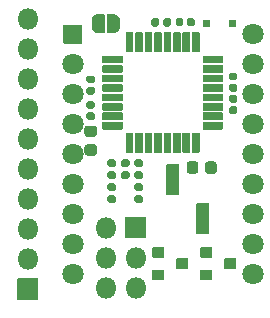
<source format=gbs>
G04 #@! TF.GenerationSoftware,KiCad,Pcbnew,(5.1.10-1-10_14)*
G04 #@! TF.CreationDate,2021-12-19T23:04:46+01:00*
G04 #@! TF.ProjectId,7segment,37736567-6d65-46e7-942e-6b696361645f,rev?*
G04 #@! TF.SameCoordinates,Original*
G04 #@! TF.FileFunction,Soldermask,Bot*
G04 #@! TF.FilePolarity,Negative*
%FSLAX46Y46*%
G04 Gerber Fmt 4.6, Leading zero omitted, Abs format (unit mm)*
G04 Created by KiCad (PCBNEW (5.1.10-1-10_14)) date 2021-12-19 23:04:46*
%MOMM*%
%LPD*%
G01*
G04 APERTURE LIST*
%ADD10O,1.801600X1.801600*%
%ADD11C,0.100000*%
%ADD12C,1.801600*%
G04 APERTURE END LIST*
G36*
G01*
X126972350Y-114726200D02*
X127535650Y-114726200D01*
G75*
G02*
X127779800Y-114970350I0J-244150D01*
G01*
X127779800Y-115458650D01*
G75*
G02*
X127535650Y-115702800I-244150J0D01*
G01*
X126972350Y-115702800D01*
G75*
G02*
X126728200Y-115458650I0J244150D01*
G01*
X126728200Y-114970350D01*
G75*
G02*
X126972350Y-114726200I244150J0D01*
G01*
G37*
G36*
G01*
X126972350Y-113151200D02*
X127535650Y-113151200D01*
G75*
G02*
X127779800Y-113395350I0J-244150D01*
G01*
X127779800Y-113883650D01*
G75*
G02*
X127535650Y-114127800I-244150J0D01*
G01*
X126972350Y-114127800D01*
G75*
G02*
X126728200Y-113883650I0J244150D01*
G01*
X126728200Y-113395350D01*
G75*
G02*
X126972350Y-113151200I244150J0D01*
G01*
G37*
G36*
G01*
X127449400Y-111737800D02*
X127058600Y-111737800D01*
G75*
G02*
X126893200Y-111572400I0J165400D01*
G01*
X126893200Y-111241600D01*
G75*
G02*
X127058600Y-111076200I165400J0D01*
G01*
X127449400Y-111076200D01*
G75*
G02*
X127614800Y-111241600I0J-165400D01*
G01*
X127614800Y-111572400D01*
G75*
G02*
X127449400Y-111737800I-165400J0D01*
G01*
G37*
G36*
G01*
X127449400Y-112697800D02*
X127058600Y-112697800D01*
G75*
G02*
X126893200Y-112532400I0J165400D01*
G01*
X126893200Y-112201600D01*
G75*
G02*
X127058600Y-112036200I165400J0D01*
G01*
X127449400Y-112036200D01*
G75*
G02*
X127614800Y-112201600I0J-165400D01*
G01*
X127614800Y-112532400D01*
G75*
G02*
X127449400Y-112697800I-165400J0D01*
G01*
G37*
D10*
X121920000Y-104140000D03*
X121920000Y-106680000D03*
X121920000Y-109220000D03*
X121920000Y-111760000D03*
X121920000Y-114300000D03*
X121920000Y-116840000D03*
X121920000Y-119380000D03*
X121920000Y-121920000D03*
X121920000Y-124460000D03*
G36*
G01*
X121019200Y-127850000D02*
X121019200Y-126150000D01*
G75*
G02*
X121070000Y-126099200I50800J0D01*
G01*
X122770000Y-126099200D01*
G75*
G02*
X122820800Y-126150000I0J-50800D01*
G01*
X122820800Y-127850000D01*
G75*
G02*
X122770000Y-127900800I-50800J0D01*
G01*
X121070000Y-127900800D01*
G75*
G02*
X121019200Y-127850000I0J50800D01*
G01*
G37*
G36*
G01*
X137376800Y-104270999D02*
X137376800Y-104771001D01*
G75*
G02*
X137326001Y-104821800I-50799J0D01*
G01*
X136825999Y-104821800D01*
G75*
G02*
X136775200Y-104771001I0J50799D01*
G01*
X136775200Y-104270999D01*
G75*
G02*
X136825999Y-104220200I50799J0D01*
G01*
X137326001Y-104220200D01*
G75*
G02*
X137376800Y-104270999I0J-50799D01*
G01*
G37*
G36*
G01*
X139576800Y-104270999D02*
X139576800Y-104771001D01*
G75*
G02*
X139526001Y-104821800I-50799J0D01*
G01*
X139025999Y-104821800D01*
G75*
G02*
X138975200Y-104771001I0J50799D01*
G01*
X138975200Y-104270999D01*
G75*
G02*
X139025999Y-104220200I50799J0D01*
G01*
X139526001Y-104220200D01*
G75*
G02*
X139576800Y-104270999I0J-50799D01*
G01*
G37*
G36*
G01*
X136926200Y-116988400D02*
X136926200Y-116437600D01*
G75*
G02*
X137176600Y-116187200I250400J0D01*
G01*
X137677400Y-116187200D01*
G75*
G02*
X137927800Y-116437600I0J-250400D01*
G01*
X137927800Y-116988400D01*
G75*
G02*
X137677400Y-117238800I-250400J0D01*
G01*
X137176600Y-117238800D01*
G75*
G02*
X136926200Y-116988400I0J250400D01*
G01*
G37*
G36*
G01*
X135376200Y-116988400D02*
X135376200Y-116437600D01*
G75*
G02*
X135626600Y-116187200I250400J0D01*
G01*
X136127400Y-116187200D01*
G75*
G02*
X136377800Y-116437600I0J-250400D01*
G01*
X136377800Y-116988400D01*
G75*
G02*
X136127400Y-117238800I-250400J0D01*
G01*
X135626600Y-117238800D01*
G75*
G02*
X135376200Y-116988400I0J250400D01*
G01*
G37*
X128524000Y-126873000D03*
X131064000Y-126873000D03*
X128524000Y-124333000D03*
X131064000Y-124333000D03*
X128524000Y-121793000D03*
G36*
G01*
X131964800Y-120943000D02*
X131964800Y-122643000D01*
G75*
G02*
X131914000Y-122693800I-50800J0D01*
G01*
X130214000Y-122693800D01*
G75*
G02*
X130163200Y-122643000I0J50800D01*
G01*
X130163200Y-120943000D01*
G75*
G02*
X130214000Y-120892200I50800J0D01*
G01*
X131914000Y-120892200D01*
G75*
G02*
X131964800Y-120943000I0J-50800D01*
G01*
G37*
G36*
G01*
X138450800Y-107288000D02*
X138450800Y-107838000D01*
G75*
G02*
X138400000Y-107888800I-50800J0D01*
G01*
X136800000Y-107888800D01*
G75*
G02*
X136749200Y-107838000I0J50800D01*
G01*
X136749200Y-107288000D01*
G75*
G02*
X136800000Y-107237200I50800J0D01*
G01*
X138400000Y-107237200D01*
G75*
G02*
X138450800Y-107288000I0J-50800D01*
G01*
G37*
G36*
G01*
X138450800Y-108088000D02*
X138450800Y-108638000D01*
G75*
G02*
X138400000Y-108688800I-50800J0D01*
G01*
X136800000Y-108688800D01*
G75*
G02*
X136749200Y-108638000I0J50800D01*
G01*
X136749200Y-108088000D01*
G75*
G02*
X136800000Y-108037200I50800J0D01*
G01*
X138400000Y-108037200D01*
G75*
G02*
X138450800Y-108088000I0J-50800D01*
G01*
G37*
G36*
G01*
X138450800Y-108888000D02*
X138450800Y-109438000D01*
G75*
G02*
X138400000Y-109488800I-50800J0D01*
G01*
X136800000Y-109488800D01*
G75*
G02*
X136749200Y-109438000I0J50800D01*
G01*
X136749200Y-108888000D01*
G75*
G02*
X136800000Y-108837200I50800J0D01*
G01*
X138400000Y-108837200D01*
G75*
G02*
X138450800Y-108888000I0J-50800D01*
G01*
G37*
G36*
G01*
X138450800Y-109688000D02*
X138450800Y-110238000D01*
G75*
G02*
X138400000Y-110288800I-50800J0D01*
G01*
X136800000Y-110288800D01*
G75*
G02*
X136749200Y-110238000I0J50800D01*
G01*
X136749200Y-109688000D01*
G75*
G02*
X136800000Y-109637200I50800J0D01*
G01*
X138400000Y-109637200D01*
G75*
G02*
X138450800Y-109688000I0J-50800D01*
G01*
G37*
G36*
G01*
X138450800Y-110488000D02*
X138450800Y-111038000D01*
G75*
G02*
X138400000Y-111088800I-50800J0D01*
G01*
X136800000Y-111088800D01*
G75*
G02*
X136749200Y-111038000I0J50800D01*
G01*
X136749200Y-110488000D01*
G75*
G02*
X136800000Y-110437200I50800J0D01*
G01*
X138400000Y-110437200D01*
G75*
G02*
X138450800Y-110488000I0J-50800D01*
G01*
G37*
G36*
G01*
X138450800Y-111288000D02*
X138450800Y-111838000D01*
G75*
G02*
X138400000Y-111888800I-50800J0D01*
G01*
X136800000Y-111888800D01*
G75*
G02*
X136749200Y-111838000I0J50800D01*
G01*
X136749200Y-111288000D01*
G75*
G02*
X136800000Y-111237200I50800J0D01*
G01*
X138400000Y-111237200D01*
G75*
G02*
X138450800Y-111288000I0J-50800D01*
G01*
G37*
G36*
G01*
X138450800Y-112088000D02*
X138450800Y-112638000D01*
G75*
G02*
X138400000Y-112688800I-50800J0D01*
G01*
X136800000Y-112688800D01*
G75*
G02*
X136749200Y-112638000I0J50800D01*
G01*
X136749200Y-112088000D01*
G75*
G02*
X136800000Y-112037200I50800J0D01*
G01*
X138400000Y-112037200D01*
G75*
G02*
X138450800Y-112088000I0J-50800D01*
G01*
G37*
G36*
G01*
X138450800Y-112888000D02*
X138450800Y-113438000D01*
G75*
G02*
X138400000Y-113488800I-50800J0D01*
G01*
X136800000Y-113488800D01*
G75*
G02*
X136749200Y-113438000I0J50800D01*
G01*
X136749200Y-112888000D01*
G75*
G02*
X136800000Y-112837200I50800J0D01*
G01*
X138400000Y-112837200D01*
G75*
G02*
X138450800Y-112888000I0J-50800D01*
G01*
G37*
G36*
G01*
X136425000Y-115463800D02*
X135875000Y-115463800D01*
G75*
G02*
X135824200Y-115413000I0J50800D01*
G01*
X135824200Y-113813000D01*
G75*
G02*
X135875000Y-113762200I50800J0D01*
G01*
X136425000Y-113762200D01*
G75*
G02*
X136475800Y-113813000I0J-50800D01*
G01*
X136475800Y-115413000D01*
G75*
G02*
X136425000Y-115463800I-50800J0D01*
G01*
G37*
G36*
G01*
X135625000Y-115463800D02*
X135075000Y-115463800D01*
G75*
G02*
X135024200Y-115413000I0J50800D01*
G01*
X135024200Y-113813000D01*
G75*
G02*
X135075000Y-113762200I50800J0D01*
G01*
X135625000Y-113762200D01*
G75*
G02*
X135675800Y-113813000I0J-50800D01*
G01*
X135675800Y-115413000D01*
G75*
G02*
X135625000Y-115463800I-50800J0D01*
G01*
G37*
G36*
G01*
X134825000Y-115463800D02*
X134275000Y-115463800D01*
G75*
G02*
X134224200Y-115413000I0J50800D01*
G01*
X134224200Y-113813000D01*
G75*
G02*
X134275000Y-113762200I50800J0D01*
G01*
X134825000Y-113762200D01*
G75*
G02*
X134875800Y-113813000I0J-50800D01*
G01*
X134875800Y-115413000D01*
G75*
G02*
X134825000Y-115463800I-50800J0D01*
G01*
G37*
G36*
G01*
X134025000Y-115463800D02*
X133475000Y-115463800D01*
G75*
G02*
X133424200Y-115413000I0J50800D01*
G01*
X133424200Y-113813000D01*
G75*
G02*
X133475000Y-113762200I50800J0D01*
G01*
X134025000Y-113762200D01*
G75*
G02*
X134075800Y-113813000I0J-50800D01*
G01*
X134075800Y-115413000D01*
G75*
G02*
X134025000Y-115463800I-50800J0D01*
G01*
G37*
G36*
G01*
X133225000Y-115463800D02*
X132675000Y-115463800D01*
G75*
G02*
X132624200Y-115413000I0J50800D01*
G01*
X132624200Y-113813000D01*
G75*
G02*
X132675000Y-113762200I50800J0D01*
G01*
X133225000Y-113762200D01*
G75*
G02*
X133275800Y-113813000I0J-50800D01*
G01*
X133275800Y-115413000D01*
G75*
G02*
X133225000Y-115463800I-50800J0D01*
G01*
G37*
G36*
G01*
X132425000Y-115463800D02*
X131875000Y-115463800D01*
G75*
G02*
X131824200Y-115413000I0J50800D01*
G01*
X131824200Y-113813000D01*
G75*
G02*
X131875000Y-113762200I50800J0D01*
G01*
X132425000Y-113762200D01*
G75*
G02*
X132475800Y-113813000I0J-50800D01*
G01*
X132475800Y-115413000D01*
G75*
G02*
X132425000Y-115463800I-50800J0D01*
G01*
G37*
G36*
G01*
X131625000Y-115463800D02*
X131075000Y-115463800D01*
G75*
G02*
X131024200Y-115413000I0J50800D01*
G01*
X131024200Y-113813000D01*
G75*
G02*
X131075000Y-113762200I50800J0D01*
G01*
X131625000Y-113762200D01*
G75*
G02*
X131675800Y-113813000I0J-50800D01*
G01*
X131675800Y-115413000D01*
G75*
G02*
X131625000Y-115463800I-50800J0D01*
G01*
G37*
G36*
G01*
X130825000Y-115463800D02*
X130275000Y-115463800D01*
G75*
G02*
X130224200Y-115413000I0J50800D01*
G01*
X130224200Y-113813000D01*
G75*
G02*
X130275000Y-113762200I50800J0D01*
G01*
X130825000Y-113762200D01*
G75*
G02*
X130875800Y-113813000I0J-50800D01*
G01*
X130875800Y-115413000D01*
G75*
G02*
X130825000Y-115463800I-50800J0D01*
G01*
G37*
G36*
G01*
X129950800Y-112888000D02*
X129950800Y-113438000D01*
G75*
G02*
X129900000Y-113488800I-50800J0D01*
G01*
X128300000Y-113488800D01*
G75*
G02*
X128249200Y-113438000I0J50800D01*
G01*
X128249200Y-112888000D01*
G75*
G02*
X128300000Y-112837200I50800J0D01*
G01*
X129900000Y-112837200D01*
G75*
G02*
X129950800Y-112888000I0J-50800D01*
G01*
G37*
G36*
G01*
X129950800Y-112088000D02*
X129950800Y-112638000D01*
G75*
G02*
X129900000Y-112688800I-50800J0D01*
G01*
X128300000Y-112688800D01*
G75*
G02*
X128249200Y-112638000I0J50800D01*
G01*
X128249200Y-112088000D01*
G75*
G02*
X128300000Y-112037200I50800J0D01*
G01*
X129900000Y-112037200D01*
G75*
G02*
X129950800Y-112088000I0J-50800D01*
G01*
G37*
G36*
G01*
X129950800Y-111288000D02*
X129950800Y-111838000D01*
G75*
G02*
X129900000Y-111888800I-50800J0D01*
G01*
X128300000Y-111888800D01*
G75*
G02*
X128249200Y-111838000I0J50800D01*
G01*
X128249200Y-111288000D01*
G75*
G02*
X128300000Y-111237200I50800J0D01*
G01*
X129900000Y-111237200D01*
G75*
G02*
X129950800Y-111288000I0J-50800D01*
G01*
G37*
G36*
G01*
X129950800Y-110488000D02*
X129950800Y-111038000D01*
G75*
G02*
X129900000Y-111088800I-50800J0D01*
G01*
X128300000Y-111088800D01*
G75*
G02*
X128249200Y-111038000I0J50800D01*
G01*
X128249200Y-110488000D01*
G75*
G02*
X128300000Y-110437200I50800J0D01*
G01*
X129900000Y-110437200D01*
G75*
G02*
X129950800Y-110488000I0J-50800D01*
G01*
G37*
G36*
G01*
X129950800Y-109688000D02*
X129950800Y-110238000D01*
G75*
G02*
X129900000Y-110288800I-50800J0D01*
G01*
X128300000Y-110288800D01*
G75*
G02*
X128249200Y-110238000I0J50800D01*
G01*
X128249200Y-109688000D01*
G75*
G02*
X128300000Y-109637200I50800J0D01*
G01*
X129900000Y-109637200D01*
G75*
G02*
X129950800Y-109688000I0J-50800D01*
G01*
G37*
G36*
G01*
X129950800Y-108888000D02*
X129950800Y-109438000D01*
G75*
G02*
X129900000Y-109488800I-50800J0D01*
G01*
X128300000Y-109488800D01*
G75*
G02*
X128249200Y-109438000I0J50800D01*
G01*
X128249200Y-108888000D01*
G75*
G02*
X128300000Y-108837200I50800J0D01*
G01*
X129900000Y-108837200D01*
G75*
G02*
X129950800Y-108888000I0J-50800D01*
G01*
G37*
G36*
G01*
X129950800Y-108088000D02*
X129950800Y-108638000D01*
G75*
G02*
X129900000Y-108688800I-50800J0D01*
G01*
X128300000Y-108688800D01*
G75*
G02*
X128249200Y-108638000I0J50800D01*
G01*
X128249200Y-108088000D01*
G75*
G02*
X128300000Y-108037200I50800J0D01*
G01*
X129900000Y-108037200D01*
G75*
G02*
X129950800Y-108088000I0J-50800D01*
G01*
G37*
G36*
G01*
X129950800Y-107288000D02*
X129950800Y-107838000D01*
G75*
G02*
X129900000Y-107888800I-50800J0D01*
G01*
X128300000Y-107888800D01*
G75*
G02*
X128249200Y-107838000I0J50800D01*
G01*
X128249200Y-107288000D01*
G75*
G02*
X128300000Y-107237200I50800J0D01*
G01*
X129900000Y-107237200D01*
G75*
G02*
X129950800Y-107288000I0J-50800D01*
G01*
G37*
G36*
G01*
X130825000Y-106963800D02*
X130275000Y-106963800D01*
G75*
G02*
X130224200Y-106913000I0J50800D01*
G01*
X130224200Y-105313000D01*
G75*
G02*
X130275000Y-105262200I50800J0D01*
G01*
X130825000Y-105262200D01*
G75*
G02*
X130875800Y-105313000I0J-50800D01*
G01*
X130875800Y-106913000D01*
G75*
G02*
X130825000Y-106963800I-50800J0D01*
G01*
G37*
G36*
G01*
X131625000Y-106963800D02*
X131075000Y-106963800D01*
G75*
G02*
X131024200Y-106913000I0J50800D01*
G01*
X131024200Y-105313000D01*
G75*
G02*
X131075000Y-105262200I50800J0D01*
G01*
X131625000Y-105262200D01*
G75*
G02*
X131675800Y-105313000I0J-50800D01*
G01*
X131675800Y-106913000D01*
G75*
G02*
X131625000Y-106963800I-50800J0D01*
G01*
G37*
G36*
G01*
X132425000Y-106963800D02*
X131875000Y-106963800D01*
G75*
G02*
X131824200Y-106913000I0J50800D01*
G01*
X131824200Y-105313000D01*
G75*
G02*
X131875000Y-105262200I50800J0D01*
G01*
X132425000Y-105262200D01*
G75*
G02*
X132475800Y-105313000I0J-50800D01*
G01*
X132475800Y-106913000D01*
G75*
G02*
X132425000Y-106963800I-50800J0D01*
G01*
G37*
G36*
G01*
X133225000Y-106963800D02*
X132675000Y-106963800D01*
G75*
G02*
X132624200Y-106913000I0J50800D01*
G01*
X132624200Y-105313000D01*
G75*
G02*
X132675000Y-105262200I50800J0D01*
G01*
X133225000Y-105262200D01*
G75*
G02*
X133275800Y-105313000I0J-50800D01*
G01*
X133275800Y-106913000D01*
G75*
G02*
X133225000Y-106963800I-50800J0D01*
G01*
G37*
G36*
G01*
X134025000Y-106963800D02*
X133475000Y-106963800D01*
G75*
G02*
X133424200Y-106913000I0J50800D01*
G01*
X133424200Y-105313000D01*
G75*
G02*
X133475000Y-105262200I50800J0D01*
G01*
X134025000Y-105262200D01*
G75*
G02*
X134075800Y-105313000I0J-50800D01*
G01*
X134075800Y-106913000D01*
G75*
G02*
X134025000Y-106963800I-50800J0D01*
G01*
G37*
G36*
G01*
X134825000Y-106963800D02*
X134275000Y-106963800D01*
G75*
G02*
X134224200Y-106913000I0J50800D01*
G01*
X134224200Y-105313000D01*
G75*
G02*
X134275000Y-105262200I50800J0D01*
G01*
X134825000Y-105262200D01*
G75*
G02*
X134875800Y-105313000I0J-50800D01*
G01*
X134875800Y-106913000D01*
G75*
G02*
X134825000Y-106963800I-50800J0D01*
G01*
G37*
G36*
G01*
X135625000Y-106963800D02*
X135075000Y-106963800D01*
G75*
G02*
X135024200Y-106913000I0J50800D01*
G01*
X135024200Y-105313000D01*
G75*
G02*
X135075000Y-105262200I50800J0D01*
G01*
X135625000Y-105262200D01*
G75*
G02*
X135675800Y-105313000I0J-50800D01*
G01*
X135675800Y-106913000D01*
G75*
G02*
X135625000Y-106963800I-50800J0D01*
G01*
G37*
G36*
G01*
X136425000Y-106963800D02*
X135875000Y-106963800D01*
G75*
G02*
X135824200Y-106913000I0J50800D01*
G01*
X135824200Y-105313000D01*
G75*
G02*
X135875000Y-105262200I50800J0D01*
G01*
X136425000Y-105262200D01*
G75*
G02*
X136475800Y-105313000I0J-50800D01*
G01*
X136475800Y-106913000D01*
G75*
G02*
X136425000Y-106963800I-50800J0D01*
G01*
G37*
D11*
G36*
X127867887Y-105321198D02*
G01*
X127849466Y-105321198D01*
X127844486Y-105320953D01*
X127795655Y-105316143D01*
X127790725Y-105315412D01*
X127742600Y-105305840D01*
X127737763Y-105304628D01*
X127690808Y-105290384D01*
X127686115Y-105288705D01*
X127640782Y-105269928D01*
X127636274Y-105267796D01*
X127593001Y-105244665D01*
X127588727Y-105242103D01*
X127547928Y-105214843D01*
X127543923Y-105211873D01*
X127505994Y-105180745D01*
X127502300Y-105177397D01*
X127467603Y-105142700D01*
X127464255Y-105139006D01*
X127433127Y-105101077D01*
X127430157Y-105097072D01*
X127402897Y-105056273D01*
X127400335Y-105051999D01*
X127377204Y-105008726D01*
X127375072Y-105004218D01*
X127356295Y-104958885D01*
X127354616Y-104954192D01*
X127340372Y-104907237D01*
X127339160Y-104902400D01*
X127329588Y-104854275D01*
X127328857Y-104849345D01*
X127324047Y-104800514D01*
X127323802Y-104795534D01*
X127323802Y-104777113D01*
X127323200Y-104771000D01*
X127323200Y-104271000D01*
X127323802Y-104264887D01*
X127323802Y-104246466D01*
X127324047Y-104241486D01*
X127328857Y-104192655D01*
X127329588Y-104187725D01*
X127339160Y-104139600D01*
X127340372Y-104134763D01*
X127354616Y-104087808D01*
X127356295Y-104083115D01*
X127375072Y-104037782D01*
X127377204Y-104033274D01*
X127400335Y-103990001D01*
X127402897Y-103985727D01*
X127430157Y-103944928D01*
X127433127Y-103940923D01*
X127464255Y-103902994D01*
X127467603Y-103899300D01*
X127502300Y-103864603D01*
X127505994Y-103861255D01*
X127543923Y-103830127D01*
X127547928Y-103827157D01*
X127588727Y-103799897D01*
X127593001Y-103797335D01*
X127636274Y-103774204D01*
X127640782Y-103772072D01*
X127686115Y-103753295D01*
X127690808Y-103751616D01*
X127737763Y-103737372D01*
X127742600Y-103736160D01*
X127790725Y-103726588D01*
X127795655Y-103725857D01*
X127844486Y-103721047D01*
X127849466Y-103720802D01*
X127867887Y-103720802D01*
X127874000Y-103720200D01*
X128374000Y-103720200D01*
X128383911Y-103721176D01*
X128393440Y-103724067D01*
X128402223Y-103728761D01*
X128409921Y-103735079D01*
X128416239Y-103742777D01*
X128420933Y-103751560D01*
X128423824Y-103761089D01*
X128424800Y-103771000D01*
X128424800Y-105271000D01*
X128423824Y-105280911D01*
X128420933Y-105290440D01*
X128416239Y-105299223D01*
X128409921Y-105306921D01*
X128402223Y-105313239D01*
X128393440Y-105317933D01*
X128383911Y-105320824D01*
X128374000Y-105321800D01*
X127874000Y-105321800D01*
X127867887Y-105321198D01*
G37*
G36*
X128664089Y-105320824D02*
G01*
X128654560Y-105317933D01*
X128645777Y-105313239D01*
X128638079Y-105306921D01*
X128631761Y-105299223D01*
X128627067Y-105290440D01*
X128624176Y-105280911D01*
X128623200Y-105271000D01*
X128623200Y-103771000D01*
X128624176Y-103761089D01*
X128627067Y-103751560D01*
X128631761Y-103742777D01*
X128638079Y-103735079D01*
X128645777Y-103728761D01*
X128654560Y-103724067D01*
X128664089Y-103721176D01*
X128674000Y-103720200D01*
X129174000Y-103720200D01*
X129180113Y-103720802D01*
X129198534Y-103720802D01*
X129203514Y-103721047D01*
X129252345Y-103725857D01*
X129257275Y-103726588D01*
X129305400Y-103736160D01*
X129310237Y-103737372D01*
X129357192Y-103751616D01*
X129361885Y-103753295D01*
X129407218Y-103772072D01*
X129411726Y-103774204D01*
X129454999Y-103797335D01*
X129459273Y-103799897D01*
X129500072Y-103827157D01*
X129504077Y-103830127D01*
X129542006Y-103861255D01*
X129545700Y-103864603D01*
X129580397Y-103899300D01*
X129583745Y-103902994D01*
X129614873Y-103940923D01*
X129617843Y-103944928D01*
X129645103Y-103985727D01*
X129647665Y-103990001D01*
X129670796Y-104033274D01*
X129672928Y-104037782D01*
X129691705Y-104083115D01*
X129693384Y-104087808D01*
X129707628Y-104134763D01*
X129708840Y-104139600D01*
X129718412Y-104187725D01*
X129719143Y-104192655D01*
X129723953Y-104241486D01*
X129724198Y-104246466D01*
X129724198Y-104264887D01*
X129724800Y-104271000D01*
X129724800Y-104771000D01*
X129724198Y-104777113D01*
X129724198Y-104795534D01*
X129723953Y-104800514D01*
X129719143Y-104849345D01*
X129718412Y-104854275D01*
X129708840Y-104902400D01*
X129707628Y-104907237D01*
X129693384Y-104954192D01*
X129691705Y-104958885D01*
X129672928Y-105004218D01*
X129670796Y-105008726D01*
X129647665Y-105051999D01*
X129645103Y-105056273D01*
X129617843Y-105097072D01*
X129614873Y-105101077D01*
X129583745Y-105139006D01*
X129580397Y-105142700D01*
X129545700Y-105177397D01*
X129542006Y-105180745D01*
X129504077Y-105211873D01*
X129500072Y-105214843D01*
X129459273Y-105242103D01*
X129454999Y-105244665D01*
X129411726Y-105267796D01*
X129407218Y-105269928D01*
X129361885Y-105288705D01*
X129357192Y-105290384D01*
X129310237Y-105304628D01*
X129305400Y-105305840D01*
X129257275Y-105315412D01*
X129252345Y-105316143D01*
X129203514Y-105320953D01*
X129198534Y-105321198D01*
X129180113Y-105321198D01*
X129174000Y-105321800D01*
X128674000Y-105321800D01*
X128664089Y-105320824D01*
G37*
D12*
X140970000Y-105410000D03*
X140970000Y-107950000D03*
X140970000Y-110490000D03*
X140970000Y-113030000D03*
X140970000Y-115570000D03*
X140970000Y-118110000D03*
X140970000Y-120650000D03*
X140970000Y-123190000D03*
X140970000Y-125730000D03*
X125730000Y-125730000D03*
X125730000Y-123190000D03*
X125730000Y-120650000D03*
X125730000Y-118110000D03*
X125730000Y-115570000D03*
X125730000Y-113030000D03*
X125730000Y-110490000D03*
X125730000Y-107950000D03*
G36*
G01*
X124929200Y-106160000D02*
X124929200Y-104660000D01*
G75*
G02*
X124980000Y-104609200I50800J0D01*
G01*
X126480000Y-104609200D01*
G75*
G02*
X126530800Y-104660000I0J-50800D01*
G01*
X126530800Y-106160000D01*
G75*
G02*
X126480000Y-106210800I-50800J0D01*
G01*
X124980000Y-106210800D01*
G75*
G02*
X124929200Y-106160000I0J50800D01*
G01*
G37*
G36*
G01*
X133033800Y-104183600D02*
X133033800Y-104604400D01*
G75*
G02*
X132873400Y-104764800I-160400J0D01*
G01*
X132552600Y-104764800D01*
G75*
G02*
X132392200Y-104604400I0J160400D01*
G01*
X132392200Y-104183600D01*
G75*
G02*
X132552600Y-104023200I160400J0D01*
G01*
X132873400Y-104023200D01*
G75*
G02*
X133033800Y-104183600I0J-160400D01*
G01*
G37*
G36*
G01*
X134053800Y-104183600D02*
X134053800Y-104604400D01*
G75*
G02*
X133893400Y-104764800I-160400J0D01*
G01*
X133572600Y-104764800D01*
G75*
G02*
X133412200Y-104604400I0J160400D01*
G01*
X133412200Y-104183600D01*
G75*
G02*
X133572600Y-104023200I160400J0D01*
G01*
X133893400Y-104023200D01*
G75*
G02*
X134053800Y-104183600I0J-160400D01*
G01*
G37*
G36*
G01*
X135404200Y-104589400D02*
X135404200Y-104198600D01*
G75*
G02*
X135569600Y-104033200I165400J0D01*
G01*
X135900400Y-104033200D01*
G75*
G02*
X136065800Y-104198600I0J-165400D01*
G01*
X136065800Y-104589400D01*
G75*
G02*
X135900400Y-104754800I-165400J0D01*
G01*
X135569600Y-104754800D01*
G75*
G02*
X135404200Y-104589400I0J165400D01*
G01*
G37*
G36*
G01*
X134444200Y-104589400D02*
X134444200Y-104198600D01*
G75*
G02*
X134609600Y-104033200I165400J0D01*
G01*
X134940400Y-104033200D01*
G75*
G02*
X135105800Y-104198600I0J-165400D01*
G01*
X135105800Y-104589400D01*
G75*
G02*
X134940400Y-104754800I-165400J0D01*
G01*
X134609600Y-104754800D01*
G75*
G02*
X134444200Y-104589400I0J165400D01*
G01*
G37*
G36*
G01*
X139514400Y-111229800D02*
X139123600Y-111229800D01*
G75*
G02*
X138958200Y-111064400I0J165400D01*
G01*
X138958200Y-110733600D01*
G75*
G02*
X139123600Y-110568200I165400J0D01*
G01*
X139514400Y-110568200D01*
G75*
G02*
X139679800Y-110733600I0J-165400D01*
G01*
X139679800Y-111064400D01*
G75*
G02*
X139514400Y-111229800I-165400J0D01*
G01*
G37*
G36*
G01*
X139514400Y-112189800D02*
X139123600Y-112189800D01*
G75*
G02*
X138958200Y-112024400I0J165400D01*
G01*
X138958200Y-111693600D01*
G75*
G02*
X139123600Y-111528200I165400J0D01*
G01*
X139514400Y-111528200D01*
G75*
G02*
X139679800Y-111693600I0J-165400D01*
G01*
X139679800Y-112024400D01*
G75*
G02*
X139514400Y-112189800I-165400J0D01*
G01*
G37*
G36*
G01*
X131528400Y-118682800D02*
X131107600Y-118682800D01*
G75*
G02*
X130947200Y-118522400I0J160400D01*
G01*
X130947200Y-118201600D01*
G75*
G02*
X131107600Y-118041200I160400J0D01*
G01*
X131528400Y-118041200D01*
G75*
G02*
X131688800Y-118201600I0J-160400D01*
G01*
X131688800Y-118522400D01*
G75*
G02*
X131528400Y-118682800I-160400J0D01*
G01*
G37*
G36*
G01*
X131528400Y-119702800D02*
X131107600Y-119702800D01*
G75*
G02*
X130947200Y-119542400I0J160400D01*
G01*
X130947200Y-119221600D01*
G75*
G02*
X131107600Y-119061200I160400J0D01*
G01*
X131528400Y-119061200D01*
G75*
G02*
X131688800Y-119221600I0J-160400D01*
G01*
X131688800Y-119542400D01*
G75*
G02*
X131528400Y-119702800I-160400J0D01*
G01*
G37*
G36*
G01*
X129242400Y-118682800D02*
X128821600Y-118682800D01*
G75*
G02*
X128661200Y-118522400I0J160400D01*
G01*
X128661200Y-118201600D01*
G75*
G02*
X128821600Y-118041200I160400J0D01*
G01*
X129242400Y-118041200D01*
G75*
G02*
X129402800Y-118201600I0J-160400D01*
G01*
X129402800Y-118522400D01*
G75*
G02*
X129242400Y-118682800I-160400J0D01*
G01*
G37*
G36*
G01*
X129242400Y-119702800D02*
X128821600Y-119702800D01*
G75*
G02*
X128661200Y-119542400I0J160400D01*
G01*
X128661200Y-119221600D01*
G75*
G02*
X128821600Y-119061200I160400J0D01*
G01*
X129242400Y-119061200D01*
G75*
G02*
X129402800Y-119221600I0J-160400D01*
G01*
X129402800Y-119542400D01*
G75*
G02*
X129242400Y-119702800I-160400J0D01*
G01*
G37*
G36*
G01*
X129242400Y-116650800D02*
X128821600Y-116650800D01*
G75*
G02*
X128661200Y-116490400I0J160400D01*
G01*
X128661200Y-116169600D01*
G75*
G02*
X128821600Y-116009200I160400J0D01*
G01*
X129242400Y-116009200D01*
G75*
G02*
X129402800Y-116169600I0J-160400D01*
G01*
X129402800Y-116490400D01*
G75*
G02*
X129242400Y-116650800I-160400J0D01*
G01*
G37*
G36*
G01*
X129242400Y-117670800D02*
X128821600Y-117670800D01*
G75*
G02*
X128661200Y-117510400I0J160400D01*
G01*
X128661200Y-117189600D01*
G75*
G02*
X128821600Y-117029200I160400J0D01*
G01*
X129242400Y-117029200D01*
G75*
G02*
X129402800Y-117189600I0J-160400D01*
G01*
X129402800Y-117510400D01*
G75*
G02*
X129242400Y-117670800I-160400J0D01*
G01*
G37*
G36*
G01*
X130385400Y-116650800D02*
X129964600Y-116650800D01*
G75*
G02*
X129804200Y-116490400I0J160400D01*
G01*
X129804200Y-116169600D01*
G75*
G02*
X129964600Y-116009200I160400J0D01*
G01*
X130385400Y-116009200D01*
G75*
G02*
X130545800Y-116169600I0J-160400D01*
G01*
X130545800Y-116490400D01*
G75*
G02*
X130385400Y-116650800I-160400J0D01*
G01*
G37*
G36*
G01*
X130385400Y-117670800D02*
X129964600Y-117670800D01*
G75*
G02*
X129804200Y-117510400I0J160400D01*
G01*
X129804200Y-117189600D01*
G75*
G02*
X129964600Y-117029200I160400J0D01*
G01*
X130385400Y-117029200D01*
G75*
G02*
X130545800Y-117189600I0J-160400D01*
G01*
X130545800Y-117510400D01*
G75*
G02*
X130385400Y-117670800I-160400J0D01*
G01*
G37*
G36*
G01*
X131528400Y-116650800D02*
X131107600Y-116650800D01*
G75*
G02*
X130947200Y-116490400I0J160400D01*
G01*
X130947200Y-116169600D01*
G75*
G02*
X131107600Y-116009200I160400J0D01*
G01*
X131528400Y-116009200D01*
G75*
G02*
X131688800Y-116169600I0J-160400D01*
G01*
X131688800Y-116490400D01*
G75*
G02*
X131528400Y-116650800I-160400J0D01*
G01*
G37*
G36*
G01*
X131528400Y-117670800D02*
X131107600Y-117670800D01*
G75*
G02*
X130947200Y-117510400I0J160400D01*
G01*
X130947200Y-117189600D01*
G75*
G02*
X131107600Y-117029200I160400J0D01*
G01*
X131528400Y-117029200D01*
G75*
G02*
X131688800Y-117189600I0J-160400D01*
G01*
X131688800Y-117510400D01*
G75*
G02*
X131528400Y-117670800I-160400J0D01*
G01*
G37*
G36*
G01*
X138548200Y-125241000D02*
X138548200Y-124441000D01*
G75*
G02*
X138599000Y-124390200I50800J0D01*
G01*
X139499000Y-124390200D01*
G75*
G02*
X139549800Y-124441000I0J-50800D01*
G01*
X139549800Y-125241000D01*
G75*
G02*
X139499000Y-125291800I-50800J0D01*
G01*
X138599000Y-125291800D01*
G75*
G02*
X138548200Y-125241000I0J50800D01*
G01*
G37*
G36*
G01*
X136548200Y-124291000D02*
X136548200Y-123491000D01*
G75*
G02*
X136599000Y-123440200I50800J0D01*
G01*
X137499000Y-123440200D01*
G75*
G02*
X137549800Y-123491000I0J-50800D01*
G01*
X137549800Y-124291000D01*
G75*
G02*
X137499000Y-124341800I-50800J0D01*
G01*
X136599000Y-124341800D01*
G75*
G02*
X136548200Y-124291000I0J50800D01*
G01*
G37*
G36*
G01*
X136548200Y-126191000D02*
X136548200Y-125391000D01*
G75*
G02*
X136599000Y-125340200I50800J0D01*
G01*
X137499000Y-125340200D01*
G75*
G02*
X137549800Y-125391000I0J-50800D01*
G01*
X137549800Y-126191000D01*
G75*
G02*
X137499000Y-126241800I-50800J0D01*
G01*
X136599000Y-126241800D01*
G75*
G02*
X136548200Y-126191000I0J50800D01*
G01*
G37*
G36*
G01*
X127449400Y-109578800D02*
X127058600Y-109578800D01*
G75*
G02*
X126893200Y-109413400I0J165400D01*
G01*
X126893200Y-109082600D01*
G75*
G02*
X127058600Y-108917200I165400J0D01*
G01*
X127449400Y-108917200D01*
G75*
G02*
X127614800Y-109082600I0J-165400D01*
G01*
X127614800Y-109413400D01*
G75*
G02*
X127449400Y-109578800I-165400J0D01*
G01*
G37*
G36*
G01*
X127449400Y-110538800D02*
X127058600Y-110538800D01*
G75*
G02*
X126893200Y-110373400I0J165400D01*
G01*
X126893200Y-110042600D01*
G75*
G02*
X127058600Y-109877200I165400J0D01*
G01*
X127449400Y-109877200D01*
G75*
G02*
X127614800Y-110042600I0J-165400D01*
G01*
X127614800Y-110373400D01*
G75*
G02*
X127449400Y-110538800I-165400J0D01*
G01*
G37*
G36*
G01*
X139514400Y-109324800D02*
X139123600Y-109324800D01*
G75*
G02*
X138958200Y-109159400I0J165400D01*
G01*
X138958200Y-108828600D01*
G75*
G02*
X139123600Y-108663200I165400J0D01*
G01*
X139514400Y-108663200D01*
G75*
G02*
X139679800Y-108828600I0J-165400D01*
G01*
X139679800Y-109159400D01*
G75*
G02*
X139514400Y-109324800I-165400J0D01*
G01*
G37*
G36*
G01*
X139514400Y-110284800D02*
X139123600Y-110284800D01*
G75*
G02*
X138958200Y-110119400I0J165400D01*
G01*
X138958200Y-109788600D01*
G75*
G02*
X139123600Y-109623200I165400J0D01*
G01*
X139514400Y-109623200D01*
G75*
G02*
X139679800Y-109788600I0J-165400D01*
G01*
X139679800Y-110119400D01*
G75*
G02*
X139514400Y-110284800I-165400J0D01*
G01*
G37*
G36*
G01*
X136240000Y-119729200D02*
X137240000Y-119729200D01*
G75*
G02*
X137290800Y-119780000I0J-50800D01*
G01*
X137290800Y-122290000D01*
G75*
G02*
X137240000Y-122340800I-50800J0D01*
G01*
X136240000Y-122340800D01*
G75*
G02*
X136189200Y-122290000I0J50800D01*
G01*
X136189200Y-119780000D01*
G75*
G02*
X136240000Y-119729200I50800J0D01*
G01*
G37*
G36*
G01*
X133700000Y-116419200D02*
X134700000Y-116419200D01*
G75*
G02*
X134750800Y-116470000I0J-50800D01*
G01*
X134750800Y-118980000D01*
G75*
G02*
X134700000Y-119030800I-50800J0D01*
G01*
X133700000Y-119030800D01*
G75*
G02*
X133649200Y-118980000I0J50800D01*
G01*
X133649200Y-116470000D01*
G75*
G02*
X133700000Y-116419200I50800J0D01*
G01*
G37*
G36*
G01*
X134484200Y-125241000D02*
X134484200Y-124441000D01*
G75*
G02*
X134535000Y-124390200I50800J0D01*
G01*
X135435000Y-124390200D01*
G75*
G02*
X135485800Y-124441000I0J-50800D01*
G01*
X135485800Y-125241000D01*
G75*
G02*
X135435000Y-125291800I-50800J0D01*
G01*
X134535000Y-125291800D01*
G75*
G02*
X134484200Y-125241000I0J50800D01*
G01*
G37*
G36*
G01*
X132484200Y-124291000D02*
X132484200Y-123491000D01*
G75*
G02*
X132535000Y-123440200I50800J0D01*
G01*
X133435000Y-123440200D01*
G75*
G02*
X133485800Y-123491000I0J-50800D01*
G01*
X133485800Y-124291000D01*
G75*
G02*
X133435000Y-124341800I-50800J0D01*
G01*
X132535000Y-124341800D01*
G75*
G02*
X132484200Y-124291000I0J50800D01*
G01*
G37*
G36*
G01*
X132484200Y-126191000D02*
X132484200Y-125391000D01*
G75*
G02*
X132535000Y-125340200I50800J0D01*
G01*
X133435000Y-125340200D01*
G75*
G02*
X133485800Y-125391000I0J-50800D01*
G01*
X133485800Y-126191000D01*
G75*
G02*
X133435000Y-126241800I-50800J0D01*
G01*
X132535000Y-126241800D01*
G75*
G02*
X132484200Y-126191000I0J50800D01*
G01*
G37*
M02*

</source>
